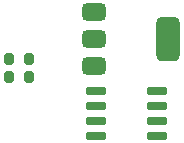
<source format=gtp>
G04 #@! TF.GenerationSoftware,KiCad,Pcbnew,9.0.3*
G04 #@! TF.CreationDate,2025-08-03T15:19:36-04:00*
G04 #@! TF.ProjectId,CH32V003J4M6,43483332-5630-4303-934a-344d362e6b69,rev?*
G04 #@! TF.SameCoordinates,Original*
G04 #@! TF.FileFunction,Paste,Top*
G04 #@! TF.FilePolarity,Positive*
%FSLAX46Y46*%
G04 Gerber Fmt 4.6, Leading zero omitted, Abs format (unit mm)*
G04 Created by KiCad (PCBNEW 9.0.3) date 2025-08-03 15:19:36*
%MOMM*%
%LPD*%
G01*
G04 APERTURE LIST*
G04 Aperture macros list*
%AMRoundRect*
0 Rectangle with rounded corners*
0 $1 Rounding radius*
0 $2 $3 $4 $5 $6 $7 $8 $9 X,Y pos of 4 corners*
0 Add a 4 corners polygon primitive as box body*
4,1,4,$2,$3,$4,$5,$6,$7,$8,$9,$2,$3,0*
0 Add four circle primitives for the rounded corners*
1,1,$1+$1,$2,$3*
1,1,$1+$1,$4,$5*
1,1,$1+$1,$6,$7*
1,1,$1+$1,$8,$9*
0 Add four rect primitives between the rounded corners*
20,1,$1+$1,$2,$3,$4,$5,0*
20,1,$1+$1,$4,$5,$6,$7,0*
20,1,$1+$1,$6,$7,$8,$9,0*
20,1,$1+$1,$8,$9,$2,$3,0*%
G04 Aperture macros list end*
%ADD10RoundRect,0.375000X-0.625000X-0.375000X0.625000X-0.375000X0.625000X0.375000X-0.625000X0.375000X0*%
%ADD11RoundRect,0.500000X-0.500000X-1.400000X0.500000X-1.400000X0.500000X1.400000X-0.500000X1.400000X0*%
%ADD12RoundRect,0.200000X0.200000X0.275000X-0.200000X0.275000X-0.200000X-0.275000X0.200000X-0.275000X0*%
%ADD13RoundRect,0.150000X-0.725000X-0.150000X0.725000X-0.150000X0.725000X0.150000X-0.725000X0.150000X0*%
G04 APERTURE END LIST*
D10*
X150868733Y-97308112D03*
X150868733Y-99608112D03*
D11*
X157168733Y-99608112D03*
D10*
X150868733Y-101908112D03*
D12*
X145351000Y-102800000D03*
X143701000Y-102800000D03*
X145351000Y-101300000D03*
X143701000Y-101300000D03*
D13*
X151095000Y-104013000D03*
X151095000Y-105283000D03*
X151095000Y-106553000D03*
X151095000Y-107823000D03*
X156245000Y-107823000D03*
X156245000Y-106553000D03*
X156245000Y-105283000D03*
X156245000Y-104013000D03*
M02*

</source>
